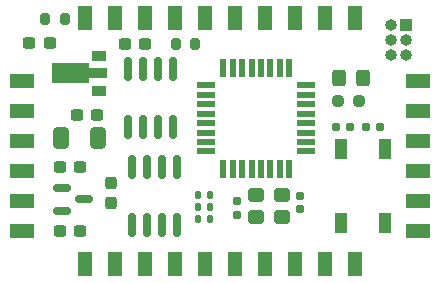
<source format=gbr>
%TF.GenerationSoftware,KiCad,Pcbnew,(6.0.4)*%
%TF.CreationDate,2023-01-22T23:07:16+01:00*%
%TF.ProjectId,panelController,70616e65-6c43-46f6-9e74-726f6c6c6572,rev?*%
%TF.SameCoordinates,Original*%
%TF.FileFunction,Soldermask,Top*%
%TF.FilePolarity,Negative*%
%FSLAX46Y46*%
G04 Gerber Fmt 4.6, Leading zero omitted, Abs format (unit mm)*
G04 Created by KiCad (PCBNEW (6.0.4)) date 2023-01-22 23:07:16*
%MOMM*%
%LPD*%
G01*
G04 APERTURE LIST*
G04 Aperture macros list*
%AMRoundRect*
0 Rectangle with rounded corners*
0 $1 Rounding radius*
0 $2 $3 $4 $5 $6 $7 $8 $9 X,Y pos of 4 corners*
0 Add a 4 corners polygon primitive as box body*
4,1,4,$2,$3,$4,$5,$6,$7,$8,$9,$2,$3,0*
0 Add four circle primitives for the rounded corners*
1,1,$1+$1,$2,$3*
1,1,$1+$1,$4,$5*
1,1,$1+$1,$6,$7*
1,1,$1+$1,$8,$9*
0 Add four rect primitives between the rounded corners*
20,1,$1+$1,$2,$3,$4,$5,0*
20,1,$1+$1,$4,$5,$6,$7,0*
20,1,$1+$1,$6,$7,$8,$9,0*
20,1,$1+$1,$8,$9,$2,$3,0*%
%AMFreePoly0*
4,1,9,3.862500,-0.866500,0.737500,-0.866500,0.737500,-0.450000,-0.737500,-0.450000,-0.737500,0.450000,0.737500,0.450000,0.737500,0.866500,3.862500,0.866500,3.862500,-0.866500,3.862500,-0.866500,$1*%
G04 Aperture macros list end*
%ADD10RoundRect,0.237500X-0.300000X-0.237500X0.300000X-0.237500X0.300000X0.237500X-0.300000X0.237500X0*%
%ADD11RoundRect,0.135000X0.135000X0.185000X-0.135000X0.185000X-0.135000X-0.185000X0.135000X-0.185000X0*%
%ADD12C,1.000000*%
%ADD13R,1.300000X2.000000*%
%ADD14RoundRect,0.155000X-0.155000X0.212500X-0.155000X-0.212500X0.155000X-0.212500X0.155000X0.212500X0*%
%ADD15RoundRect,0.237500X-0.250000X-0.237500X0.250000X-0.237500X0.250000X0.237500X-0.250000X0.237500X0*%
%ADD16RoundRect,0.237500X-0.237500X0.300000X-0.237500X-0.300000X0.237500X-0.300000X0.237500X0.300000X0*%
%ADD17R,0.550000X1.600000*%
%ADD18R,1.600000X0.550000*%
%ADD19R,1.300000X0.900000*%
%ADD20FreePoly0,180.000000*%
%ADD21RoundRect,0.150000X0.150000X-0.825000X0.150000X0.825000X-0.150000X0.825000X-0.150000X-0.825000X0*%
%ADD22RoundRect,0.250000X0.412500X0.650000X-0.412500X0.650000X-0.412500X-0.650000X0.412500X-0.650000X0*%
%ADD23R,1.000000X1.000000*%
%ADD24O,1.000000X1.000000*%
%ADD25RoundRect,0.237500X0.300000X0.237500X-0.300000X0.237500X-0.300000X-0.237500X0.300000X-0.237500X0*%
%ADD26RoundRect,0.155000X0.155000X-0.212500X0.155000X0.212500X-0.155000X0.212500X-0.155000X-0.212500X0*%
%ADD27RoundRect,0.200000X0.200000X0.275000X-0.200000X0.275000X-0.200000X-0.275000X0.200000X-0.275000X0*%
%ADD28RoundRect,0.160000X-0.197500X-0.160000X0.197500X-0.160000X0.197500X0.160000X-0.197500X0.160000X0*%
%ADD29RoundRect,0.160000X0.197500X0.160000X-0.197500X0.160000X-0.197500X-0.160000X0.197500X-0.160000X0*%
%ADD30R,2.000000X1.300000*%
%ADD31RoundRect,0.200000X-0.200000X-0.275000X0.200000X-0.275000X0.200000X0.275000X-0.200000X0.275000X0*%
%ADD32R,1.100000X1.800000*%
%ADD33RoundRect,0.250000X-0.325000X-0.450000X0.325000X-0.450000X0.325000X0.450000X-0.325000X0.450000X0*%
%ADD34RoundRect,0.300000X-0.400000X-0.300000X0.400000X-0.300000X0.400000X0.300000X-0.400000X0.300000X0*%
%ADD35RoundRect,0.150000X-0.587500X-0.150000X0.587500X-0.150000X0.587500X0.150000X-0.587500X0.150000X0*%
G04 APERTURE END LIST*
D10*
%TO.C,C502*%
X143886400Y-107806800D03*
X145611400Y-107806800D03*
%TD*%
D11*
%TO.C,R301*%
X156593000Y-105791000D03*
X155573000Y-105791000D03*
%TD*%
D12*
%TO.C,J401*%
X146050000Y-110363000D03*
D13*
X146050000Y-110633000D03*
D12*
X148590000Y-110363000D03*
D13*
X148590000Y-110633000D03*
D12*
X151130000Y-110363000D03*
D13*
X151130000Y-110633000D03*
D12*
X153670000Y-110363000D03*
D13*
X153670000Y-110633000D03*
X156210000Y-110633000D03*
D12*
X156210000Y-110363000D03*
D13*
X158750000Y-110633000D03*
D12*
X158750000Y-110363000D03*
X161290000Y-110363000D03*
D13*
X161290000Y-110633000D03*
D12*
X163830000Y-110363000D03*
D13*
X163830000Y-110633000D03*
D12*
X166370000Y-110363000D03*
D13*
X166370000Y-110633000D03*
X168910000Y-110633000D03*
D12*
X168910000Y-110363000D03*
%TD*%
D14*
%TO.C,C13*%
X158928000Y-105303500D03*
X158928000Y-106438500D03*
%TD*%
D11*
%TO.C,R303*%
X156593000Y-104775000D03*
X155573000Y-104775000D03*
%TD*%
D15*
%TO.C,R12*%
X167413300Y-96824800D03*
X169238300Y-96824800D03*
%TD*%
D16*
%TO.C,C11*%
X148234400Y-103733600D03*
X148234400Y-105458600D03*
%TD*%
D17*
%TO.C,U13*%
X157734000Y-102514400D03*
X158534000Y-102514400D03*
X159334000Y-102514400D03*
X160134000Y-102514400D03*
X160934000Y-102514400D03*
X161734000Y-102514400D03*
X162534000Y-102514400D03*
X163334000Y-102514400D03*
D18*
X164784000Y-101064400D03*
X164784000Y-100264400D03*
X164784000Y-99464400D03*
X164784000Y-98664400D03*
X164784000Y-97864400D03*
X164784000Y-97064400D03*
X164784000Y-96264400D03*
X164784000Y-95464400D03*
D17*
X163334000Y-94014400D03*
X162534000Y-94014400D03*
X161734000Y-94014400D03*
X160934000Y-94014400D03*
X160134000Y-94014400D03*
X159334000Y-94014400D03*
X158534000Y-94014400D03*
X157734000Y-94014400D03*
D18*
X156284000Y-95464400D03*
X156284000Y-96264400D03*
X156284000Y-97064400D03*
X156284000Y-97864400D03*
X156284000Y-98664400D03*
X156284000Y-99464400D03*
X156284000Y-100264400D03*
X156284000Y-101064400D03*
%TD*%
D13*
%TO.C,J403*%
X168910000Y-89773000D03*
D12*
X168910000Y-90043000D03*
X166370000Y-90043000D03*
D13*
X166370000Y-89773000D03*
X163830000Y-89773000D03*
D12*
X163830000Y-90043000D03*
D13*
X161290000Y-89773000D03*
D12*
X161290000Y-90043000D03*
D13*
X158750000Y-89773000D03*
D12*
X158750000Y-90043000D03*
X156210000Y-90043000D03*
D13*
X156210000Y-89773000D03*
X153670000Y-89773000D03*
D12*
X153670000Y-90043000D03*
D13*
X151130000Y-89773000D03*
D12*
X151130000Y-90043000D03*
X148590000Y-90043000D03*
D13*
X148590000Y-89773000D03*
X146050000Y-89773000D03*
D12*
X146050000Y-90043000D03*
%TD*%
D19*
%TO.C,U26*%
X147214071Y-95965365D03*
D20*
X147126571Y-94465365D03*
D19*
X147214071Y-92965365D03*
%TD*%
D21*
%TO.C,U11*%
X149987000Y-107300800D03*
X151257000Y-107300800D03*
X152527000Y-107300800D03*
X153797000Y-107300800D03*
X153797000Y-102350800D03*
X152527000Y-102350800D03*
X151257000Y-102350800D03*
X149987000Y-102350800D03*
%TD*%
D22*
%TO.C,C31*%
X147126571Y-99965365D03*
X144001571Y-99965365D03*
%TD*%
D23*
%TO.C,U14*%
X173234000Y-90373000D03*
D24*
X171964000Y-90373000D03*
X173234000Y-91643000D03*
X171964000Y-91643000D03*
X173234000Y-92913000D03*
X171964000Y-92913000D03*
%TD*%
D25*
%TO.C,C30*%
X147064071Y-97965365D03*
X145339071Y-97965365D03*
%TD*%
D26*
%TO.C,C14*%
X164211000Y-105977500D03*
X164211000Y-104842500D03*
%TD*%
D27*
%TO.C,R601*%
X155358600Y-91998800D03*
X153708600Y-91998800D03*
%TD*%
D28*
%TO.C,R13*%
X169797800Y-98958400D03*
X170992800Y-98958400D03*
%TD*%
D25*
%TO.C,C29*%
X143051700Y-91897200D03*
X141326700Y-91897200D03*
%TD*%
D29*
%TO.C,R11*%
X168452800Y-98958400D03*
X167257800Y-98958400D03*
%TD*%
D11*
%TO.C,R302*%
X156593000Y-106807000D03*
X155573000Y-106807000D03*
%TD*%
D12*
%TO.C,J12*%
X173990000Y-107830106D03*
D30*
X174260000Y-107823000D03*
X174260000Y-105283000D03*
D12*
X173990000Y-105283000D03*
X173990000Y-102743000D03*
D30*
X174260000Y-102743000D03*
X174260000Y-100203000D03*
D12*
X173990000Y-100203000D03*
D30*
X174260000Y-97663000D03*
D12*
X173990000Y-97663000D03*
X173990000Y-95123000D03*
D30*
X174260000Y-95123000D03*
%TD*%
D25*
%TO.C,C501*%
X145612500Y-102371200D03*
X143887500Y-102371200D03*
%TD*%
D12*
%TO.C,J11*%
X140995400Y-95115894D03*
D30*
X140725400Y-95123000D03*
D12*
X140995400Y-97663000D03*
D30*
X140725400Y-97663000D03*
D12*
X140995400Y-100203000D03*
D30*
X140725400Y-100203000D03*
X140725400Y-102743000D03*
D12*
X140995400Y-102743000D03*
D30*
X140725400Y-105283000D03*
D12*
X140995400Y-105283000D03*
X140995400Y-107823000D03*
D30*
X140725400Y-107823000D03*
%TD*%
D31*
%TO.C,R602*%
X142685000Y-89865200D03*
X144335000Y-89865200D03*
%TD*%
D21*
%TO.C,U12*%
X149682200Y-98995000D03*
X150952200Y-98995000D03*
X152222200Y-98995000D03*
X153492200Y-98995000D03*
X153492200Y-94045000D03*
X152222200Y-94045000D03*
X150952200Y-94045000D03*
X149682200Y-94045000D03*
%TD*%
D32*
%TO.C,SW11*%
X171395000Y-100887600D03*
X171395000Y-107087600D03*
X167695000Y-100887600D03*
X167695000Y-107087600D03*
%TD*%
D25*
%TO.C,C12*%
X151103500Y-91948000D03*
X149378500Y-91948000D03*
%TD*%
D33*
%TO.C,D11*%
X167529400Y-94843600D03*
X169579400Y-94843600D03*
%TD*%
D34*
%TO.C,Y11*%
X160528000Y-106614000D03*
X162728000Y-106614000D03*
X162728000Y-104714000D03*
X160528000Y-104714000D03*
%TD*%
D35*
%TO.C,U501*%
X144115000Y-104174600D03*
X144115000Y-106074600D03*
X145990000Y-105124600D03*
%TD*%
M02*

</source>
